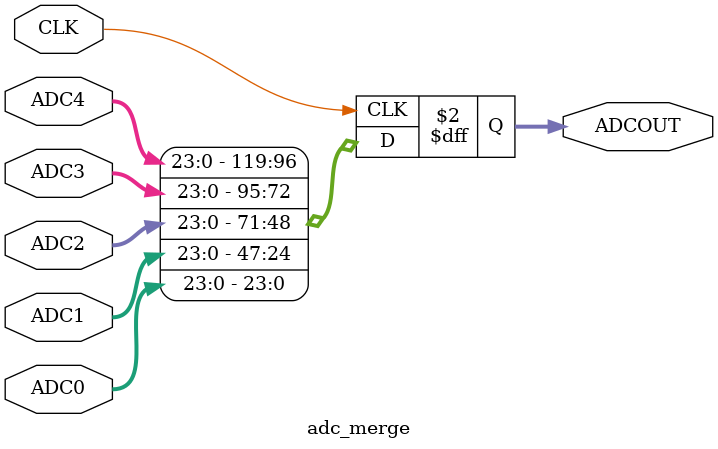
<source format=v>

module adc_merge
  (
   input CLK,    
   input [23:0] ADC0,
   input [23:0] ADC1,
   input [23:0] ADC2,
   input [23:0] ADC3,
   input [23:0] ADC4,
   output reg [119:0] ADCOUT
   );
 
   always @(posedge CLK)
   begin
    ADCOUT[23:0] = ADC0;
    ADCOUT[47:24] = ADC1;
    ADCOUT[71:48] = ADC2;
    ADCOUT[95:72] = ADC3;
    ADCOUT[119:96] = ADC4;
    end

endmodule

</source>
